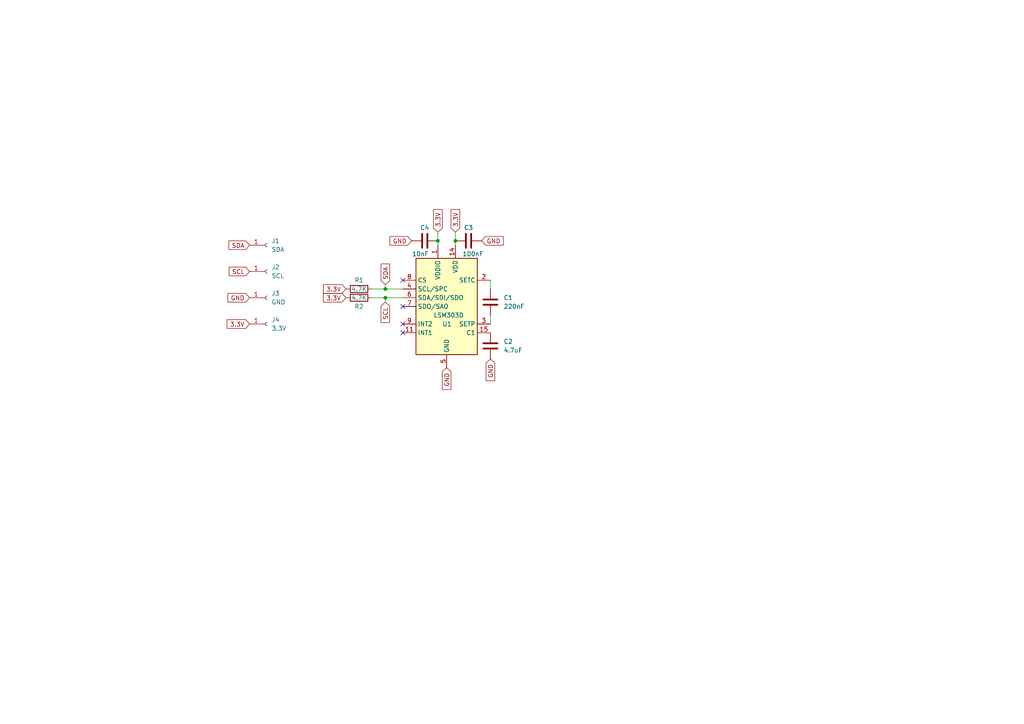
<source format=kicad_sch>
(kicad_sch (version 20230121) (generator eeschema)
  (paper "A4")
  (lib_symbols
    (symbol "Connector:Conn_01x01_Socket" (pin_names (offset 1.016) hide)
      (property "Reference" "J" (at 0 2.54 0))
      (property "Value" "Conn_01x01_Socket" (at 0 -2.54 0))
      (symbol "Conn_01x01_Socket_1_1"
        (polyline (pts (xy -1.27 0) (xy -0.508 0)) (stroke (width 0.1524)))
        (arc (start 0 0.508) (mid -0.5058 0) (end 0 -0.508) (stroke (width 0.1524)))
        (pin passive line (at -5.08 0 0) (length 3.81) (name "Pin_1") (number "1"))
      )
    )
    (symbol "Device:C" (pin_numbers hide) (pin_names (offset 0.254))
      (property "Reference" "C" (at 0.635 2.54 0))
      (property "Value" "C" (at 0.635 -2.54 0))
      (symbol "C_0_1"
        (polyline (pts (xy -2.032 -0.762) (xy 2.032 -0.762)) (stroke (width 0.508)))
        (polyline (pts (xy -2.032 0.762) (xy 2.032 0.762)) (stroke (width 0.508)))
      )
      (symbol "C_1_1"
        (pin passive line (at 0 3.81 270) (length 2.794) (name "~") (number "1"))
        (pin passive line (at 0 -3.81 90) (length 2.794) (name "~") (number "2"))
      )
    )
    (symbol "Device:R" (pin_numbers hide) (pin_names (offset 0))
      (property "Reference" "R" (at 2.032 0 90))
      (property "Value" "R" (at 0 0 90))
      (symbol "R_0_1"
        (rectangle (start -1.016 -2.54) (end 1.016 2.54) (stroke (width 0.254)))
      )
      (symbol "R_1_1"
        (pin passive line (at 0 3.81 270) (length 1.27) (name "~") (number "1"))
        (pin passive line (at 0 -3.81 90) (length 1.27) (name "~") (number "2"))
      )
    )
    (symbol "Sensor_Motion:LSM303D"
      (property "Reference" "U" (at -5.08 17.145 0))
      (property "Value" "LSM303D" (at -5.08 15.24 0))
      (symbol "LSM303D_0_1"
        (rectangle (start 8.89 13.97) (end -8.89 -13.97) (stroke (width 0.254)) (fill (type background)))
      )
      (symbol "LSM303D_1_1"
        (pin power_in line (at -2.54 17.78 270) (length 3.81) (name "VDDIO") (number "1"))
        (pin passive line (at 0 -17.78 90) (length 3.81) hide (name "GND") (number "10"))
        (pin output line (at -12.7 -7.62 0) (length 3.81) (name "INT1") (number "11"))
        (pin passive line (at 0 -17.78 90) (length 3.81) hide (name "GND") (number "12"))
        (pin passive line (at 0 -17.78 90) (length 3.81) hide (name "GND") (number "13"))
        (pin power_in line (at 2.54 17.78 270) (length 3.81) (name "VDD") (number "14"))
        (pin passive line (at 12.7 -7.62 180) (length 3.81) (name "C1") (number "15"))
        (pin passive line (at 0 -17.78 90) (length 3.81) hide (name "GND") (number "16"))
        (pin passive line (at 12.7 7.62 180) (length 3.81) (name "SETC") (number "2"))
        (pin passive line (at 12.7 -5.08 180) (length 3.81) (name "SETP") (number "3"))
        (pin input line (at -12.7 5.08 0) (length 3.81) (name "SCL/SPC") (number "4"))
        (pin power_in line (at 0 -17.78 90) (length 3.81) (name "GND") (number "5"))
        (pin bidirectional line (at -12.7 2.54 0) (length 3.81) (name "SDA/SDI/SDO") (number "6"))
        (pin output line (at -12.7 0 0) (length 3.81) (name "SDO/SAO") (number "7"))
        (pin input line (at -12.7 7.62 0) (length 3.81) (name "CS") (number "8"))
        (pin output line (at -12.7 -5.08 0) (length 3.81) (name "INT2") (number "9"))
      )
    )
  )
  (junction (at 132.08 69.85))
  (junction (at 127 69.85))
  (junction (at 111.76 86.36))
  (junction (at 111.76 83.82))
  (no_connect (at 116.84 88.9))
  (no_connect (at 116.84 93.98))
  (no_connect (at 116.84 81.28))
  (no_connect (at 116.84 96.52))
  (wire (pts (xy 132.08 67.31) (xy 132.08 69.85)))
  (wire (pts (xy 127 67.31) (xy 127 69.85)))
  (wire (pts (xy 111.76 86.36) (xy 116.84 86.36)))
  (wire (pts (xy 111.76 82.55) (xy 111.76 83.82)))
  (wire (pts (xy 111.76 87.63) (xy 111.76 86.36)))
  (wire (pts (xy 111.76 83.82) (xy 116.84 83.82)))
  (wire (pts (xy 142.24 91.44) (xy 142.24 93.98)))
  (wire (pts (xy 107.95 86.36) (xy 111.76 86.36)))
  (wire (pts (xy 107.95 83.82) (xy 111.76 83.82)))
  (wire (pts (xy 132.08 69.85) (xy 132.08 71.12)))
  (wire (pts (xy 142.24 81.28) (xy 142.24 83.82)))
  (wire (pts (xy 127 69.85) (xy 127 71.12)))
  (global_label "GND" (shape input) (at 139.7 69.85 0) (property "Intersheetrefs" "${INTERSHEET_REFS}" (effects hide)))
  (global_label "SCL" (shape input) (at 72.39 78.74 180) (property "Intersheetrefs" "${INTERSHEET_REFS}" (effects hide)))
  (global_label "SDA" (shape input) (at 111.76 82.55 90) (property "Intersheetrefs" "${INTERSHEET_REFS}" (effects hide)))
  (global_label "3.3V" (shape input) (at 127 67.31 90) (property "Intersheetrefs" "${INTERSHEET_REFS}" (effects hide)))
  (global_label "3.3V" (shape input) (at 72.39 93.98 180) (property "Intersheetrefs" "${INTERSHEET_REFS}" (effects hide)))
  (global_label "SCL" (shape input) (at 111.76 87.63 270) (property "Intersheetrefs" "${INTERSHEET_REFS}" (effects hide)))
  (global_label "3.3V" (shape input) (at 100.33 83.82 180) (property "Intersheetrefs" "${INTERSHEET_REFS}" (effects hide)))
  (global_label "3.3V" (shape input) (at 132.08 67.31 90) (property "Intersheetrefs" "${INTERSHEET_REFS}" (effects hide)))
  (global_label "GND" (shape input) (at 142.24 104.14 270) (property "Intersheetrefs" "${INTERSHEET_REFS}" (effects hide)))
  (global_label "GND" (shape input) (at 72.39 86.36 180) (property "Intersheetrefs" "${INTERSHEET_REFS}" (effects hide)))
  (global_label "SDA" (shape input) (at 72.39 71.12 180) (property "Intersheetrefs" "${INTERSHEET_REFS}" (effects hide)))
  (global_label "3.3V" (shape input) (at 100.33 86.36 180) (property "Intersheetrefs" "${INTERSHEET_REFS}" (effects hide)))
  (global_label "GND" (shape input) (at 119.38 69.85 180) (property "Intersheetrefs" "${INTERSHEET_REFS}" (effects hide)))
  (global_label "GND" (shape input) (at 129.54 106.68 270) (property "Intersheetrefs" "${INTERSHEET_REFS}" (effects hide)))
  (symbol (lib_id "Device:C") (at 142.24 87.63 0) (unit 1)
    (property "Reference" "C1" (at 146.05 86.36 0) (effects (justify left)))
    (property "Value" "220nF" (at 146.05 88.9 0) (effects (justify left)))
    (property "Footprint" "Capacitor_SMD:C_0805_2012Metric_Pad1.18x1.45mm_HandSolder" (effects hide))
  )
  (symbol (lib_id "Device:R") (at 104.14 83.82 90) (unit 1)
    (property "Reference" "R1" (at 104.14 81.28 90))
    (property "Value" "4.7K" (at 104.14 83.82 90))
    (property "Footprint" "Resistor_SMD:R_0805_2012Metric_Pad1.20x1.40mm_HandSolder" (effects hide))
  )
  (symbol (lib_id "Connector:Conn_01x01_Socket") (at 77.47 93.98 0) (unit 1)
    (property "Reference" "J4" (at 78.74 92.71 0) (effects (justify left)))
    (property "Value" "3.3V" (at 78.74 95.25 0) (effects (justify left)))
    (property "Footprint" "Connector_PinHeader_2.54mm:PinHeader_1x01_P2.54mm_Vertical" (effects hide))
  )
  (symbol (lib_id "Device:C") (at 135.89 69.85 270) (unit 1)
    (property "Reference" "C3" (at 135.89 66.04 90))
    (property "Value" "100nF" (at 137.16 73.66 90))
    (property "Footprint" "Capacitor_SMD:C_0805_2012Metric_Pad1.18x1.45mm_HandSolder" (effects hide))
  )
  (symbol (lib_id "Connector:Conn_01x01_Socket") (at 77.47 78.74 0) (unit 1)
    (property "Reference" "J2" (at 78.74 77.47 0) (effects (justify left)))
    (property "Value" "SCL" (at 78.74 80.01 0) (effects (justify left)))
    (property "Footprint" "Connector_PinHeader_2.54mm:PinHeader_1x01_P2.54mm_Vertical" (effects hide))
  )
  (symbol (lib_id "Connector:Conn_01x01_Socket") (at 77.47 86.36 0) (unit 1)
    (property "Reference" "J3" (at 78.74 85.09 0) (effects (justify left)))
    (property "Value" "GND" (at 78.74 87.63 0) (effects (justify left)))
    (property "Footprint" "Connector_PinHeader_2.54mm:PinHeader_1x01_P2.54mm_Vertical" (effects hide))
  )
  (symbol (lib_id "Sensor_Motion:LSM303D") (at 129.54 88.9 0) (unit 1)
    (property "Reference" "U1" (at 128.27 93.98 0) (effects (justify left)))
    (property "Value" "LSM303D" (at 125.73 91.44 0) (effects (justify left)))
    (property "Footprint" "Package_LGA:LGA-16_3x3mm_P0.5mm" (effects hide))
    (property "Datasheet" "http://www.st.com/web/en/resource/technical/document/datasheet/DM00057547.pdf" (effects hide))
  )
  (symbol (lib_id "Device:C") (at 142.24 100.33 0) (unit 1)
    (property "Reference" "C2" (at 146.05 99.06 0) (effects (justify left)))
    (property "Value" "4.7uF" (at 146.05 101.6 0) (effects (justify left)))
    (property "Footprint" "Capacitor_SMD:C_0805_2012Metric_Pad1.18x1.45mm_HandSolder" (effects hide))
  )
  (symbol (lib_id "Device:R") (at 104.14 86.36 90) (unit 1)
    (property "Reference" "R2" (at 104.14 88.9 90))
    (property "Value" "4.7K" (at 104.14 86.36 90))
    (property "Footprint" "Resistor_SMD:R_0805_2012Metric_Pad1.20x1.40mm_HandSolder" (effects hide))
  )
  (symbol (lib_id "Connector:Conn_01x01_Socket") (at 77.47 71.12 0) (unit 1)
    (property "Reference" "J1" (at 78.74 69.85 0) (effects (justify left)))
    (property "Value" "SDA" (at 78.74 72.39 0) (effects (justify left)))
    (property "Footprint" "Connector_PinHeader_2.54mm:PinHeader_1x01_P2.54mm_Vertical" (effects hide))
  )
  (symbol (lib_id "Device:C") (at 123.19 69.85 270) (unit 1)
    (property "Reference" "C4" (at 123.19 66.04 90))
    (property "Value" "10nF" (at 121.92 73.66 90))
    (property "Footprint" "Capacitor_SMD:C_0805_2012Metric_Pad1.18x1.45mm_HandSolder" (effects hide))
  )
)
</source>
